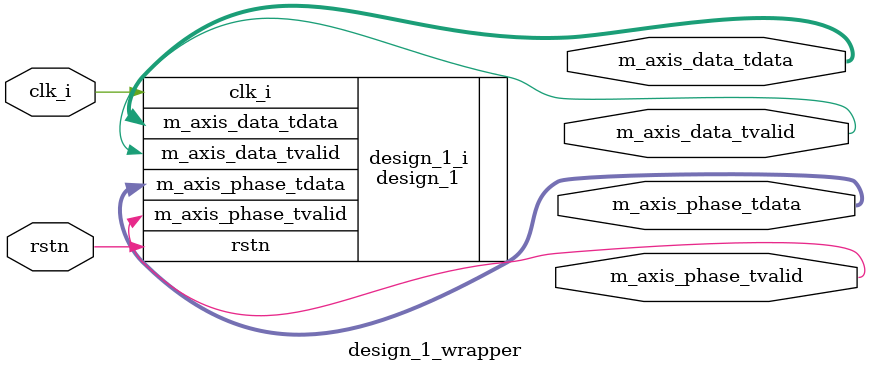
<source format=v>
`timescale 1 ps / 1 ps

module design_1_wrapper
   (clk_i,
    m_axis_data_tdata,
    m_axis_data_tvalid,
    m_axis_phase_tdata,
    m_axis_phase_tvalid,
    rstn);
  input clk_i;
  output [7:0]m_axis_data_tdata;
  output m_axis_data_tvalid;
  output [31:0]m_axis_phase_tdata;
  output m_axis_phase_tvalid;
  input rstn;

  wire clk_i;
  wire [7:0]m_axis_data_tdata;
  wire m_axis_data_tvalid;
  wire [31:0]m_axis_phase_tdata;
  wire m_axis_phase_tvalid;
  wire rstn;

  design_1 design_1_i
       (.clk_i(clk_i),
        .m_axis_data_tdata(m_axis_data_tdata),
        .m_axis_data_tvalid(m_axis_data_tvalid),
        .m_axis_phase_tdata(m_axis_phase_tdata),
        .m_axis_phase_tvalid(m_axis_phase_tvalid),
        .rstn(rstn));
endmodule

</source>
